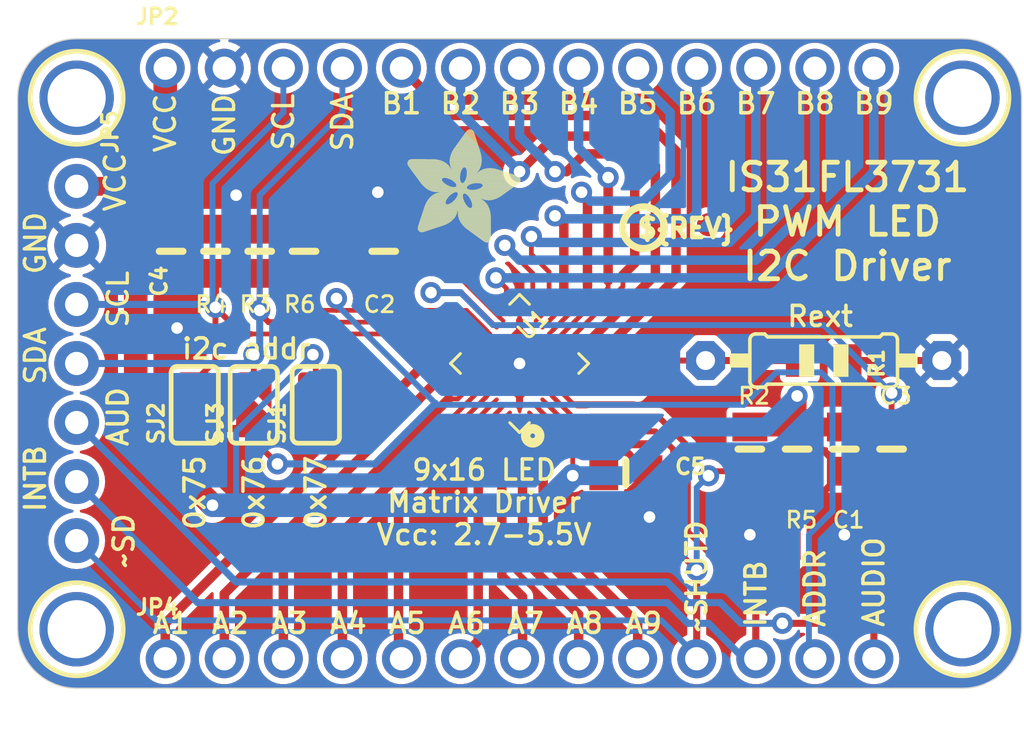
<source format=kicad_pcb>
(kicad_pcb (version 20221018) (generator pcbnew)
  (layers (0 "F.Cu" signal) (31 "B.Cu" signal) (34 "B.Paste" user) (35 "F.Paste" user) (36 "B.SilkS" user "B.Silkscreen") (37 "F.SilkS" user "F.Silkscreen") (38 "B.Mask" user) (39 "F.Mask" user) (44 "Edge.Cuts" user))
  (net 0 "")
  (net 1 "VCC")
  (net 2 "GND")
  (net 3 "N$1")
  (net 4 "N$2")
  (net 5 "N$3")
  (net 6 "AUDIOIN")
  (net 7 "SHUTDOWN")
  (net 8 "SDA")
  (net 9 "SCL")
  (net 10 "INTB")
  (net 11 "ADDR")
  (net 12 "CA9")
  (net 13 "CA8")
  (net 14 "CA7")
  (net 15 "CA6")
  (net 16 "CA5")
  (net 17 "CA4")
  (net 18 "CA3")
  (net 19 "CA2")
  (net 20 "CA1")
  (net 21 "CB9")
  (net 22 "CB8")
  (net 23 "CB7")
  (net 24 "CB6")
  (net 25 "CB5")
  (net 26 "CB4")
  (net 27 "CB3")
  (net 28 "CB2")
  (net 29 "CB1")
  (footprint "working:0805-NO" (layer "F.Cu") (at 162.4711 108.6866 -90)
    (fp_text reference "C1")
    (fp_text value "10uF")
  )
  (footprint "working:0805-NO" (layer "F.Cu") (at 137.3251 100.1776 90)
    (fp_text reference "R3")
    (fp_text value "20K")
  )
  (footprint "working:0805-THM" (layer "F.Cu") (at 161.5821 104.8766 180)
    (fp_text reference "R1")
    (fp_text value "20K")
  )
  (footprint "working:0805-NO" (layer "F.Cu") (at 139.2301 100.1776 -90)
    (fp_text reference "R6")
    (fp_text value "20K")
  )
  (footprint "working:0805-NO" (layer "F.Cu") (at 135.4201 100.1776 90)
    (fp_text reference "R4")
    (fp_text value "20K")
  )
  (footprint "working:SOLDERJUMPER_ARROW_NOPASTE" (layer "F.Cu") (at 139.7381 106.7816 90)
    (fp_text reference "SJ1")
    (fp_text value "")
  )
  (footprint "working:0805-NO" (layer "F.Cu") (at 133.5151 100.1776 -90)
    (fp_text reference "C4")
    (fp_text value "10uF")
  )
  (footprint "working:0805-NO" (layer "F.Cu") (at 142.6591 100.1776 90)
    (fp_text reference "C2")
    (fp_text value "0.1uF")
  )
  (footprint "working:0805-NO" (layer "F.Cu") (at 164.5031 108.6866 -90)
    (fp_text reference "C3")
    (fp_text value "0.22uF")
  )
  (footprint "working:MOUNTINGHOLE_2.5_PLATED" (layer "F.Cu") (at 129.4511 116.4336 180)
    (fp_text reference "U$3" hide)
    (fp_text value "MOUNTINGHOLE2.5" hide)
  )
  (footprint "working:1X13_ROUND_70" (layer "F.Cu") (at 148.5011 92.3036)
    (fp_text reference "JP2")
    (fp_text value "")
  )
  (footprint "working:QFN28_4MM_0.4MM" (layer "F.Cu") (at 148.5011 105.0036 135)
    (fp_text reference "U1")
    (fp_text value "IS31FL3731-SALS2")
  )
  (footprint "working:1X13_ROUND_70" (layer "F.Cu") (at 148.5011 117.7036)
    (fp_text reference "JP4")
    (fp_text value "")
  )
  (footprint "working:MOUNTINGHOLE_2.5_PLATED" (layer "F.Cu") (at 129.4511 93.5736 180)
    (fp_text reference "U$5" hide)
    (fp_text value "MOUNTINGHOLE2.5" hide)
  )
  (footprint "working:1X07_ROUND_76" (layer "F.Cu") (at 129.4511 105.0036 -90)
    (fp_text reference "JP5")
    (fp_text value "")
  )
  (footprint "working:PCBFEAT-REV-040" (layer "F.Cu") (at 153.8351 99.1616)
    (fp_text reference "U$11" hide)
    (fp_text value "" hide)
  )
  (footprint "working:0805-NO" (layer "F.Cu") (at 158.4071 108.6866 -90)
    (fp_text reference "R2")
    (fp_text value "20K")
  )
  (footprint "working:ADAFRUIT_5MM" (layer "F.Cu") (at 143.6751 99.7966)
    (fp_text reference "U$10" hide)
    (fp_text value "" hide)
  )
  (footprint "working:0805-NO" (layer "F.Cu") (at 153.0731 109.7026)
    (fp_text reference "C5")
    (fp_text value "0.1uF")
  )
  (footprint "working:MOUNTINGHOLE_2.5_PLATED" (layer "F.Cu") (at 167.5511 93.5736 180)
    (fp_text reference "U$6" hide)
    (fp_text value "MOUNTINGHOLE2.5" hide)
  )
  (footprint "working:SOLDERJUMPER_ARROW_NOPASTE" (layer "F.Cu") (at 137.0711 106.7816 90)
    (fp_text reference "SJ3")
    (fp_text value "")
  )
  (footprint "working:0805-NO" (layer "F.Cu") (at 160.4391 108.6866 90)
    (fp_text reference "R5")
    (fp_text value "20K")
  )
  (footprint "working:MOUNTINGHOLE_2.5_PLATED" (layer "F.Cu") (at 167.5511 116.4336 180)
    (fp_text reference "U$4" hide)
    (fp_text value "MOUNTINGHOLE2.5" hide)
  )
  (footprint "working:FIDUCIAL_1MM" (layer "F.Cu") (at 141.8971 105.6386 180)
    (fp_text reference "FID2" hide)
    (fp_text value "FIDUCIAL\"\"" hide)
  )
  (footprint "working:SOLDERJUMPER_ARROW_NOPASTE" (layer "F.Cu") (at 134.5311 106.7816 90)
    (fp_text reference "SJ2")
    (fp_text value "")
  )
  (footprint "working:FIDUCIAL_1MM" (layer "F.Cu") (at 156.6291 99.0346 180)
    (fp_text reference "FID1" hide)
    (fp_text value "FIDUCIAL\"\"" hide)
  )
  (gr_arc (start 126.9111 93.5736) (mid 127.655049 91.777549) (end 129.4511 91.0336) (stroke (width 0.05)) (layer "Edge.Cuts"))
  (gr_arc (start 170.0911 116.4336) (mid 169.347151 118.229651) (end 167.5511 118.9736) (stroke (width 0.05)) (layer "Edge.Cuts"))
  (gr_line (start 129.4511 91.0336) (end 167.5511 91.0336) (stroke (width 0.05)) (layer "Edge.Cuts"))
  (gr_line (start 126.9111 116.4336) (end 126.9111 93.5736) (stroke (width 0.05)) (layer "Edge.Cuts"))
  (gr_line (start 167.5511 118.9736) (end 129.4511 118.9736) (stroke (width 0.05)) (layer "Edge.Cuts"))
  (gr_arc (start 129.4511 118.9736) (mid 127.655049 118.229651) (end 126.9111 116.4336) (stroke (width 0.05)) (layer "Edge.Cuts"))
  (gr_line (start 170.0911 93.5736) (end 170.0911 116.4336) (stroke (width 0.05)) (layer "Edge.Cuts"))
  (gr_arc (start 167.5511 91.0336) (mid 169.347151 91.777549) (end 170.0911 93.5736) (stroke (width 0.05)) (layer "Edge.Cuts"))
  (gr_text "B7" (at 158.6611 93.8276) (layer "F.SilkS") (effects (font (size 0.8636 0.8636) (thickness 0.1524))))
  (gr_text "B2" (at 145.9611 93.8276) (layer "F.SilkS") (effects (font (size 0.8636 0.8636) (thickness 0.1524))))
  (gr_text "SDA" (at 127.1651 103.3526 90) (layer "F.SilkS") (effects (font (size 0.87376 0.87376) (thickness 0.14224)) (justify right top)))
  (gr_text "A8" (at 151.2951 116.1796) (layer "F.SilkS") (effects (font (size 0.8636 0.8636) (thickness 0.1524))))
  (gr_text "0x75" (at 135.0391 112.2426 90) (layer "F.SilkS") (effects (font (size 0.8636 0.8636) (thickness 0.1524)) (justify left bottom)))
  (gr_text "GND" (at 135.2931 93.3196 90) (layer "F.SilkS") (effects (font (size 0.87376 0.87376) (thickness 0.14224)) (justify right top)))
  (gr_text "B8" (at 161.2011 93.8276) (layer "F.SilkS") (effects (font (size 0.8636 0.8636) (thickness 0.1524))))
  (gr_text "INTB" (at 127.6731 109.9566 90) (layer "F.SilkS") (effects (font (size 0.8636 0.8636) (thickness 0.1524))))
  (gr_text "~SHUTD" (at 156.1211 114.1476 90) (layer "F.SilkS") (effects (font (size 0.8636 0.8636) (thickness 0.1524))))
  (gr_text "B4" (at 151.0411 93.8276) (layer "F.SilkS") (effects (font (size 0.8636 0.8636) (thickness 0.1524))))
  (gr_text "B6" (at 156.1211 93.8276) (layer "F.SilkS") (effects (font (size 0.8636 0.8636) (thickness 0.1524))))
  (gr_text "AUDIO" (at 163.7411 114.4016 90) (layer "F.SilkS") (effects (font (size 0.8636 0.8636) (thickness 0.1524))))
  (gr_text "IS31FL3731\nPWM LED\nI2C Driver" (at 162.5981 98.9076) (layer "F.SilkS") (effects (font (size 1.18745 1.18745) (thickness 0.20955))))
  (gr_text "B9" (at 163.7411 93.8276) (layer "F.SilkS") (effects (font (size 0.8636 0.8636) (thickness 0.1524))))
  (gr_text "i2c addr" (at 133.8961 104.8766) (layer "F.SilkS") (effects (font (size 0.8636 0.8636) (thickness 0.1524)) (justify left bottom)))
  (gr_text "~SD" (at 131.4831 112.6236 90) (layer "F.SilkS") (effects (font (size 0.8636 0.8636) (thickness 0.1524))))
  (gr_text "ADDR" (at 161.2011 114.6556 90) (layer "F.SilkS") (effects (font (size 0.8636 0.8636) (thickness 0.1524))))
  (gr_text "9x16 LED\nMatrix Driver\nVcc: 2.7-5.5V" (at 146.9771 110.9726) (layer "F.SilkS") (effects (font (size 0.8636 0.8636) (thickness 0.1524))))
  (gr_text "A6" (at 146.2151 116.1796) (layer "F.SilkS") (effects (font (size 0.8636 0.8636) (thickness 0.1524))))
  (gr_text "AUD" (at 131.2291 107.2896 90) (layer "F.SilkS") (effects (font (size 0.8636 0.8636) (thickness 0.1524))))
  (gr_text "B3" (at 148.5011 93.8276) (layer "F.SilkS") (effects (font (size 0.8636 0.8636) (thickness 0.1524))))
  (gr_text "VCC" (at 132.7531 93.3196 90) (layer "F.SilkS") (effects (font (size 0.87376 0.87376) (thickness 0.14224)) (justify right top)))
  (gr_text "0x77" (at 140.2461 112.2426 90) (layer "F.SilkS") (effects (font (size 0.8636 0.8636) (thickness 0.1524)) (justify left bottom)))
  (gr_text "A4" (at 141.1351 116.1796) (layer "F.SilkS") (effects (font (size 0.8636 0.8636) (thickness 0.1524))))
  (gr_text "Rext" (at 159.9311 103.4796) (layer "F.SilkS") (effects (font (size 0.8636 0.8636) (thickness 0.1524)) (justify left bottom)))
  (gr_text "A5" (at 143.6751 116.1796) (layer "F.SilkS") (effects (font (size 0.8636 0.8636) (thickness 0.1524))))
  (gr_text "INTB" (at 158.6611 114.9096 90) (layer "F.SilkS") (effects (font (size 0.8636 0.8636) (thickness 0.1524))))
  (gr_text "A3" (at 138.5951 116.1796) (layer "F.SilkS") (effects (font (size 0.8636 0.8636) (thickness 0.1524))))
  (gr_text "A7" (at 148.7551 116.1796) (layer "F.SilkS") (effects (font (size 0.8636 0.8636) (thickness 0.1524))))
  (gr_text "GND" (at 127.1651 98.3996 90) (layer "F.SilkS") (effects (font (size 0.87376 0.87376) (thickness 0.14224)) (justify right top)))
  (gr_text "B1" (at 143.4211 93.8276) (layer "F.SilkS") (effects (font (size 0.8636 0.8636) (thickness 0.1524))))
  (gr_text "B5" (at 153.5811 93.8276) (layer "F.SilkS") (effects (font (size 0.8636 0.8636) (thickness 0.1524))))
  (gr_text "SCL" (at 137.8331 93.3196 90) (layer "F.SilkS") (effects (font (size 0.87376 0.87376) (thickness 0.14224)) (justify right top)))
  (gr_text "A2" (at 136.0551 116.1796) (layer "F.SilkS") (effects (font (size 0.8636 0.8636) (thickness 0.1524))))
  (gr_text "SDA" (at 140.3731 93.3196 90) (layer "F.SilkS") (effects (font (size 0.87376 0.87376) (thickness 0.14224)) (justify right top)))
  (gr_text "SCL" (at 130.7211 100.9396 90) (layer "F.SilkS") (effects (font (size 0.87376 0.87376) (thickness 0.14224)) (justify right top)))
  (gr_text "VCC" (at 130.5941 95.8596 90) (layer "F.SilkS") (effects (font (size 0.87376 0.87376) (thickness 0.14224)) (justify right top)))
  (gr_text "0x76" (at 137.5791 112.2426 90) (layer "F.SilkS") (effects (font (size 0.8636 0.8636) (thickness 0.1524)) (justify left bottom)))
  (gr_text "A1" (at 133.5151 116.1796) (layer "F.SilkS") (effects (font (size 0.8636 0.8636) (thickness 0.1524))))
  (gr_text "A9" (at 153.8351 116.1796) (layer "F.SilkS") (effects (font (size 0.8636 0.8636) (thickness 0.1524))))
  (segment (start 139.7381 105.7656) (end 139.7381 104.7496) (width 0.254) (layer "F.Cu") (net 1))
  (segment (start 131.9911 97.5106) (end 131.9911 97.3836) (width 1.016) (layer "F.Cu") (net 1))
  (segment (start 139.7381 104.7496) (end 139.6111 104.6226) (width 0.254) (layer "F.Cu") (net 1))
  (segment (start 160.4391 107.7366) (end 158.4071 107.7366) (width 0.8128) (layer "F.Cu") (net 1))
  (segment (start 131.9911 105.5116) (end 131.9911 99.2276) (width 1.016) (layer "F.Cu") (net 1))
  (segment (start 135.4201 99.2276) (end 133.5151 99.2276) (width 1.016) (layer "F.Cu") (net 1))
  (segment (start 149.349628 106.9835) (end 150.7871 108.420972) (width 0.2032) (layer "F.Cu") (net 1))
  (segment (start 152.1231 109.7026) (end 151.9961 109.8296) (width 0.254) (layer "F.Cu") (net 1))
  (segment (start 129.4511 97.3836) (end 131.8641 97.3836) (width 0.8128) (layer "F.Cu") (net 1))
  (segment (start 131.9911 107.7976) (end 131.9911 105.5116) (width 1.016) (layer "F.Cu") (net 1))
  (segment (start 132.1816 97.1931) (end 133.2611 96.1136) (width 1.016) (layer "F.Cu") (net 1))
  (segment (start 131.9911 107.7976) (end 135.2931 111.0996) (width 1.016) (layer "F.Cu") (net 1))
  (segment (start 151.9961 109.8296) (end 150.7871 109.8296) (width 0.4064) (layer "F.Cu") (net 1))
  (segment (start 133.2611 96.1136) (end 133.2611 92.3036) (width 1.016) (layer "F.Cu") (net 1))
  (segment (start 132.2451 105.7656) (end 131.9911 105.5116) (width 0.3048) (layer "F.Cu") (net 1))
  (segment (start 132.2476 97.1931) (end 132.1816 97.1931) (width 0.8128) (layer "F.Cu") (net 1))
  (segment (start 131.8641 97.3836) (end 131.9911 97.5106) (width 0.8128) (layer "F.Cu") (net 1))
  (segment (start 162.4711 107.7366) (end 160.4391 107.7366) (width 0.8128) (layer "F.Cu") (net 1))
  (segment (start 131.9911 99.2276) (end 131.9911 97.5106) (width 1.016) (layer "F.Cu") (net 1))
  (segment (start 133.5151 99.2276) (end 131.9911 99.2276) (width 1.016) (layer "F.Cu") (net 1))
  (segment (start 160.4391 106.4006) (end 160.4391 107.7366) (width 0.8128) (layer "F.Cu") (net 1))
  (segment (start 131.9911 97.3836) (end 132.1816 97.1931) (width 1.016) (layer "F.Cu") (net 1))
  (segment (start 150.7871 108.420972) (end 150.7871 109.8296) (width 0.2032) (layer "F.Cu") (net 1))
  (segment (start 135.4201 99.2276) (end 137.3251 99.2276) (width 0.4064) (layer "F.Cu") (net 1))
  (via (at 139.6111 104.6226) (size 0.9064) (drill 0.5) (layers "F.Cu" "B.Cu") (net 1))
  (via (at 160.4391 106.4006) (size 0.9064) (drill 0.5) (layers "F.Cu" "B.Cu") (net 1))
  (via (at 135.2931 111.0996) (size 0.9064) (drill 0.5) (layers "F.Cu" "B.Cu") (net 1))
  (via (at 150.7871 109.8296) (size 0.9064) (drill 0.5) (layers "F.Cu" "B.Cu") (net 1))
  (segment (start 136.3091 111.0996) (end 149.5171 111.0996) (width 1.016) (layer "B.Cu") (net 1))
  (segment (start 159.1031 107.7366) (end 160.4391 106.4006) (width 0.8128) (layer "B.Cu") (net 1))
  (segment (start 139.6111 104.6226) (end 136.3091 107.9246) (width 0.254) (layer "B.Cu") (net 1))
  (segment (start 150.7871 109.8296) (end 153.0731 109.8296) (width 0.8128) (layer "B.Cu") (net 1))
  (segment (start 155.1661 107.7366) (end 159.1031 107.7366) (width 0.8128) (layer "B.Cu") (net 1))
  (segment (start 149.5171 111.0996) (end 150.7871 109.8296) (width 1.016) (layer "B.Cu") (net 1))
  (segment (start 135.2931 111.0996) (end 136.3091 111.0996) (width 1.016) (layer "B.Cu") (net 1))
  (segment (start 136.3091 107.9246) (end 136.3091 111.0996) (width 0.254) (layer "B.Cu") (net 1))
  (segment (start 153.0731 109.8296) (end 155.1661 107.7366) (width 0.8128) (layer "B.Cu") (net 1))
  (segment (start 150.198156 106.134972) (end 150.844784 106.7816) (width 0.2032) (layer "F.Cu") (net 2))
  (segment (start 150.844784 106.7816) (end 151.0411 106.7816) (width 0.2032) (layer "F.Cu") (net 2))
  (segment (start 150.198156 106.134972) (end 149.066784 105.0036) (width 0.2032) (layer "F.Cu") (net 2))
  (segment (start 149.066784 105.0036) (end 148.5011 105.0036) (width 0.2032) (layer "F.Cu") (net 2))
  (via (at 133.7691 103.4796) (size 0.9064) (drill 0.5) (layers "F.Cu" "B.Cu") (net 2))
  (via (at 158.4071 112.3696) (size 0.9064) (drill 0.5) (layers "F.Cu" "B.Cu") (net 2))
  (via (at 162.4711 112.3696) (size 0.9064) (drill 0.5) (layers "F.Cu" "B.Cu") (net 2))
  (via (at 136.3091 97.7646) (size 0.9064) (drill 0.5) (layers "F.Cu" "B.Cu") (net 2))
  (via (at 154.0891 111.6076) (size 0.9064) (drill 0.5) (layers "F.Cu" "B.Cu") (net 2))
  (via (at 142.4051 97.6376) (size 0.9064) (drill 0.5) (layers "F.Cu" "B.Cu") (net 2))
  (via (at 148.5011 105.0036) (size 0.9064) (drill 0.5) (layers "F.Cu" "B.Cu") (net 2))
  (segment (start 147.652568 103.023704) (end 145.756465 101.1276) (width 0.2032) (layer "F.Cu") (net 3))
  (segment (start 145.756465 101.1276) (end 142.6591 101.1276) (width 0.2032) (layer "F.Cu") (net 3))
  (segment (start 154.9781 104.8766) (end 153.5811 106.2736) (width 0.254) (layer "F.Cu") (net 4))
  (segment (start 150.480996 105.852132) (end 150.902465 106.2736) (width 0.2032) (layer "F.Cu") (net 4))
  (segment (start 154.9781 104.8766) (end 156.5021 104.8766) (width 0.254) (layer "F.Cu") (net 4))
  (segment (start 153.5811 106.2736) (end 150.902465 106.2736) (width 0.2032) (layer "F.Cu") (net 4))
  (segment (start 146.018784 101.9556) (end 147.369728 103.306544) (width 0.2032) (layer "F.Cu") (net 5))
  (segment (start 144.6911 101.9556) (end 146.018784 101.9556) (width 0.2032) (layer "F.Cu") (net 5))
  (segment (start 164.5031 106.2736) (end 164.5031 107.7366) (width 0.254) (layer "F.Cu") (net 5))
  (via (at 144.6911 101.9556) (size 0.9064) (drill 0.5) (layers "F.Cu" "B.Cu") (net 5))
  (via (at 164.5031 106.2736) (size 0.9064) (drill 0.5) (layers "F.Cu" "B.Cu") (net 5))
  (segment (start 161.5821 103.3526) (end 164.5031 106.2736) (width 0.254) (layer "B.Cu") (net 5))
  (segment (start 145.9611 101.9556) (end 144.6911 101.9556) (width 0.3048) (layer "B.Cu") (net 5))
  (segment (start 147.3581 103.3526) (end 161.5821 103.3526) (width 0.254) (layer "B.Cu") (net 5))
  (segment (start 145.9611 101.9556) (end 147.3581 103.3526) (width 0.254) (layer "B.Cu") (net 5))
  (segment (start 164.5031 115.4176) (end 164.5031 109.6366) (width 0.3048) (layer "F.Cu") (net 6))
  (segment (start 159.8041 116.1796) (end 163.7411 116.1796) (width 0.3048) (layer "F.Cu") (net 6))
  (segment (start 163.7411 116.1796) (end 163.7411 117.7036) (width 0.3048) (layer "F.Cu") (net 6))
  (segment (start 163.7411 116.1796) (end 164.5031 115.4176) (width 0.3048) (layer "F.Cu") (net 6))
  (via (at 159.8041 116.1796) (size 0.9064) (drill 0.5) (layers "F.Cu" "B.Cu") (net 6))
  (segment (start 155.7401 115.2906) (end 157.1371 115.2906) (width 0.3048) (layer "B.Cu") (net 6))
  (segment (start 157.1371 115.2906) (end 158.0261 116.1796) (width 0.3048) (layer "B.Cu") (net 6))
  (segment (start 129.4511 107.5436) (end 136.3091 114.4016) (width 0.3048) (layer "B.Cu") (net 6))
  (segment (start 154.8511 114.4016) (end 155.7401 115.2906) (width 0.3048) (layer "B.Cu") (net 6))
  (segment (start 136.3091 114.4016) (end 154.8511 114.4016) (width 0.3048) (layer "B.Cu") (net 6))
  (segment (start 158.0261 116.1796) (end 159.8041 116.1796) (width 0.3048) (layer "B.Cu") (net 6))
  (segment (start 151.6761 107.9246) (end 154.3431 107.9246) (width 0.254) (layer "F.Cu") (net 7))
  (segment (start 155.1051 108.6866) (end 155.1051 112.8776) (width 0.254) (layer "F.Cu") (net 7))
  (segment (start 154.3431 107.9246) (end 155.1051 108.6866) (width 0.254) (layer "F.Cu") (net 7))
  (segment (start 156.1211 117.7036) (end 156.1211 113.8936) (width 0.3048) (layer "F.Cu") (net 7))
  (segment (start 155.1051 112.8776) (end 156.1211 113.8936) (width 0.254) (layer "F.Cu") (net 7))
  (segment (start 158.4071 109.6366) (end 156.8221 109.6366) (width 0.254) (layer "F.Cu") (net 7))
  (segment (start 156.8221 109.6366) (end 156.6291 109.8296) (width 0.254) (layer "F.Cu") (net 7))
  (segment (start 149.632468 106.70066) (end 150.856409 107.9246) (width 0.2032) (layer "F.Cu") (net 7))
  (segment (start 150.856409 107.9246) (end 151.6761 107.9246) (width 0.2032) (layer "F.Cu") (net 7))
  (via (at 156.1211 113.8936) (size 0.9064) (drill 0.5) (layers "F.Cu" "B.Cu") (net 7))
  (via (at 156.6291 109.8296) (size 0.9064) (drill 0.5) (layers "F.Cu" "B.Cu") (net 7))
  (segment (start 156.1211 117.5766) (end 156.1211 117.7036) (width 0.254) (layer "B.Cu") (net 7))
  (segment (start 156.6291 109.8296) (end 156.1211 110.3376) (width 0.254) (layer "B.Cu") (net 7))
  (segment (start 156.1211 110.3376) (end 156.1211 113.8936) (width 0.254) (layer "B.Cu") (net 7))
  (segment (start 132.8801 116.0526) (end 154.5971 116.0526) (width 0.254) (layer "B.Cu") (net 7))
  (segment (start 154.5971 116.0526) (end 156.1211 117.5766) (width 0.254) (layer "B.Cu") (net 7))
  (segment (start 129.4511 112.6236) (end 132.8801 116.0526) (width 0.254) (layer "B.Cu") (net 7))
  (segment (start 137.3251 101.1276) (end 137.3251 102.7176) (width 0.254) (layer "F.Cu") (net 8))
  (segment (start 146.80404 103.872232) (end 146.157409 103.2256) (width 0.2032) (layer "F.Cu") (net 8))
  (segment (start 137.3251 102.8446) (end 137.3251 102.7176) (width 0.254) (layer "F.Cu") (net 8))
  (segment (start 137.7061 103.2256) (end 137.3251 102.8446) (width 0.254) (layer "F.Cu") (net 8))
  (segment (start 138.3411 103.2256) (end 137.7061 103.2256) (width 0.254) (layer "F.Cu") (net 8))
  (segment (start 137.0711 105.7656) (end 137.0711 104.6226) (width 0.254) (layer "F.Cu") (net 8))
  (segment (start 146.157409 103.2256) (end 138.3411 103.2256) (width 0.2032) (layer "F.Cu") (net 8))
  (via (at 137.0711 104.6226) (size 0.9064) (drill 0.5) (layers "F.Cu" "B.Cu") (net 8))
  (via (at 137.3251 102.7176) (size 0.9064) (drill 0.5) (layers "F.Cu" "B.Cu") (net 8))
  (segment (start 137.0711 104.6226) (end 137.3251 104.3686) (width 0.3048) (layer "B.Cu") (net 8))
  (segment (start 136.6901 105.0036) (end 137.0711 104.6226) (width 0.3048) (layer "B.Cu") (net 8))
  (segment (start 137.3251 97.7646) (end 137.3251 102.7176) (width 0.254) (layer "B.Cu") (net 8))
  (segment (start 137.3251 104.3686) (end 137.3251 102.7176) (width 0.3048) (layer "B.Cu") (net 8))
  (segment (start 129.4511 105.0036) (end 136.6901 105.0036) (width 0.3048) (layer "B.Cu") (net 8))
  (segment (start 140.8811 94.2086) (end 137.3251 97.7646) (width 0.254) (layer "B.Cu") (net 8))
  (segment (start 140.8811 92.3036) (end 140.8811 94.2086) (width 0.254) (layer "B.Cu") (net 8))
  (segment (start 146.099728 103.7336) (end 136.8171 103.7336) (width 0.2032) (layer "F.Cu") (net 9))
  (segment (start 135.4201 104.8766) (end 135.4201 102.5906) (width 0.254) (layer "F.Cu") (net 9))
  (segment (start 136.5631 103.7336) (end 135.4201 102.5906) (width 0.254) (layer "F.Cu") (net 9))
  (segment (start 136.9441 103.7336) (end 136.8171 103.7336) (width 0.254) (layer "F.Cu") (net 9))
  (segment (start 136.8171 103.7336) (end 136.5631 103.7336) (width 0.254) (layer "F.Cu") (net 9))
  (segment (start 134.5311 105.7656) (end 135.4201 104.8766) (width 0.254) (layer "F.Cu") (net 9))
  (segment (start 135.4201 102.5906) (end 135.4201 101.1276) (width 0.3048) (layer "F.Cu") (net 9))
  (segment (start 146.5212 104.155072) (end 146.099728 103.7336) (width 0.2032) (layer "F.Cu") (net 9))
  (via (at 135.4201 102.5906) (size 0.9064) (drill 0.5) (layers "F.Cu" "B.Cu") (net 9))
  (segment (start 129.4511 102.4636) (end 134.9121 102.4636) (width 0.3048) (layer "B.Cu") (net 9))
  (segment (start 135.2931 97.2566) (end 135.2931 102.4636) (width 0.254) (layer "B.Cu") (net 9))
  (segment (start 138.3411 92.3036) (end 138.3411 94.2086) (width 0.254) (layer "B.Cu") (net 9))
  (segment (start 138.3411 94.2086) (end 135.2931 97.2566) (width 0.254) (layer "B.Cu") (net 9))
  (segment (start 135.2931 102.4636) (end 135.4201 102.5906) (width 0.254) (layer "B.Cu") (net 9))
  (segment (start 134.9121 102.4636) (end 135.2931 102.4636) (width 0.254) (layer "B.Cu") (net 9))
  (segment (start 150.787096 107.2896) (end 151.5491 107.2896) (width 0.2032) (layer "F.Cu") (net 10))
  (segment (start 151.5491 107.2896) (end 154.4701 107.2896) (width 0.254) (layer "F.Cu") (net 10))
  (segment (start 149.915312 106.417816) (end 150.787096 107.2896) (width 0.2032) (layer "F.Cu") (net 10))
  (segment (start 160.4391 109.6366) (end 160.4391 113.385604) (width 0.3048) (layer "F.Cu") (net 10))
  (segment (start 158.6611 115.163604) (end 158.6611 117.7036) (width 0.3048) (layer "F.Cu") (net 10))
  (segment (start 160.4391 113.385604) (end 158.6611 115.163604) (width 0.3048) (layer "F.Cu") (net 10))
  (segment (start 154.4701 107.2896) (end 155.7401 108.5596) (width 0.254) (layer "F.Cu") (net 10))
  (segment (start 155.7401 108.5596) (end 155.7401 112.242604) (width 0.254) (layer "F.Cu") (net 10))
  (segment (start 155.7401 112.242604) (end 158.6611 115.163604) (width 0.254) (layer "F.Cu") (net 10))
  (segment (start 129.4511 110.0836) (end 134.6581 115.2906) (width 0.3048) (layer "B.Cu") (net 10))
  (segment (start 155.7401 116.1796) (end 156.6291 116.1796) (width 0.3048) (layer "B.Cu") (net 10))
  (segment (start 156.6291 116.1796) (end 158.1531 117.7036) (width 0.3048) (layer "B.Cu") (net 10))
  (segment (start 134.6581 115.2906) (end 154.8511 115.2906) (width 0.3048) (layer "B.Cu") (net 10))
  (segment (start 158.1531 117.7036) (end 158.6611 117.7036) (width 0.3048) (layer "B.Cu") (net 10))
  (segment (start 154.8511 115.2906) (end 155.7401 116.1796) (width 0.3048) (layer "B.Cu") (net 10))
  (segment (start 158.0261 117.7036) (end 158.1531 117.7036) (width 0.3048) (layer "B.Cu") (net 10))
  (segment (start 139.7381 107.7976) (end 137.0711 107.7976) (width 0.3048) (layer "F.Cu") (net 11))
  (segment (start 146.215096 102.7176) (end 140.6271 102.7176) (width 0.2032) (layer "F.Cu") (net 11))
  (segment (start 140.6271 102.7176) (end 140.6271 102.2096) (width 0.2032) (layer "F.Cu") (net 11))
  (segment (start 137.0711 108.3056) (end 138.0871 109.3216) (width 0.254) (layer "F.Cu") (net 11))
  (segment (start 147.086884 103.589388) (end 146.215096 102.7176) (width 0.2032) (layer "F.Cu") (net 11))
  (segment (start 134.5311 107.7976) (end 137.0711 107.7976) (width 0.3048) (layer "F.Cu") (net 11))
  (segment (start 137.0711 107.7976) (end 137.0711 108.3056) (width 0.254) (layer "F.Cu") (net 11))
  (segment (start 140.6271 102.7176) (end 139.9921 102.7176) (width 0.2032) (layer "F.Cu") (net 11))
  (segment (start 139.2301 101.9556) (end 139.2301 101.1276) (width 0.2032) (layer "F.Cu") (net 11))
  (segment (start 139.9921 102.7176) (end 139.2301 101.9556) (width 0.2032) (layer "F.Cu") (net 11))
  (via (at 140.6271 102.2096) (size 0.9064) (drill 0.5) (layers "F.Cu" "B.Cu") (net 11))
  (via (at 138.0871 109.3216) (size 0.9064) (drill 0.5) (layers "F.Cu" "B.Cu") (net 11))
  (segment (start 158.1531 106.7816) (end 159.5501 105.3846) (width 0.254) (layer "B.Cu") (net 11))
  (segment (start 140.6271 102.4636) (end 144.8816 106.7181) (width 0.254) (layer "B.Cu") (net 11))
  (segment (start 159.5501 105.3846) (end 161.4551 105.3846) (width 0.254) (layer "B.Cu") (net 11))
  (segment (start 161.9631 111.3536) (end 160.9471 112.3696) (width 0.254) (layer "B.Cu") (net 11))
  (segment (start 138.0871 109.3216) (end 142.2781 109.3216) (width 0.3048) (layer "B.Cu") (net 11))
  (segment (start 161.9631 105.8926) (end 161.9631 111.3536) (width 0.254) (layer "B.Cu") (net 11))
  (segment (start 160.9471 117.4496) (end 161.2011 117.7036) (width 0.254) (layer "B.Cu") (net 11))
  (segment (start 160.9471 112.3696) (end 160.9471 117.4496) (width 0.254) (layer "B.Cu") (net 11))
  (segment (start 142.2781 109.3216) (end 144.8816 106.7181) (width 0.3048) (layer "B.Cu") (net 11))
  (segment (start 140.6271 102.2096) (end 140.6271 102.4636) (width 0.254) (layer "B.Cu") (net 11))
  (segment (start 161.4551 105.3846) (end 161.9631 105.8926) (width 0.254) (layer "B.Cu") (net 11))
  (segment (start 144.8816 106.7181) (end 144.9451 106.7816) (width 0.254) (layer "B.Cu") (net 11))
  (segment (start 144.9451 106.7816) (end 158.1531 106.7816) (width 0.254) (layer "B.Cu") (net 11))
  (segment (start 149.5171 107.71666) (end 149.5171 108.4326) (width 0.2032) (layer "F.Cu") (net 12))
  (segment (start 149.5171 112.1156) (end 153.5811 116.1796) (width 0.4064) (layer "F.Cu") (net 12))
  (segment (start 149.066784 107.266344) (end 149.5171 107.71666) (width 0.2032) (layer "F.Cu") (net 12))
  (segment (start 153.5811 116.1796) (end 153.5811 117.7036) (width 0.4064) (layer "F.Cu") (net 12))
  (segment (start 149.5171 108.4326) (end 149.5171 112.1156) (width 0.4064) (layer "F.Cu") (net 12))
  (segment (start 148.6281 113.3856) (end 151.0411 115.7986) (width 0.4064) (layer "F.Cu") (net 13))
  (segment (start 151.0411 115.7986) (end 151.0411 117.7036) (width 0.4064) (layer "F.Cu") (net 13))
  (segment (start 148.096843 107.266344) (end 148.6281 107.7976) (width 0.2032) (layer "F.Cu") (net 13))
  (segment (start 148.6281 107.7976) (end 148.6281 108.4326) (width 0.2032) (layer "F.Cu") (net 13))
  (segment (start 147.935412 107.266344) (end 148.096843 107.266344) (width 0.2032) (layer "F.Cu") (net 13))
  (segment (start 148.6281 108.4326) (end 148.6281 113.3856) (width 0.4064) (layer "F.Cu") (net 13))
  (segment (start 147.7391 114.1476) (end 148.6281 115.0366) (width 0.4064) (layer "F.Cu") (net 14))
  (segment (start 147.1041 107.531969) (end 147.1041 107.7976) (width 0.2032) (layer "F.Cu") (net 14))
  (segment (start 147.652568 106.9835) (end 147.1041 107.531969) (width 0.2032) (layer "F.Cu") (net 14))
  (segment (start 148.6281 117.5766) (end 148.5011 117.7036) (width 0.4064) (layer "F.Cu") (net 14))
  (segment (start 148.6281 115.0366) (end 148.6281 117.5766) (width 0.4064) (layer "F.Cu") (net 14))
  (segment (start 147.7391 108.4326) (end 147.7391 108.5596) (width 0.2032) (layer "F.Cu") (net 14))
  (segment (start 147.7391 108.5596) (end 147.7391 114.1476) (width 0.4064) (layer "F.Cu") (net 14))
  (segment (start 147.1041 107.7976) (end 147.7391 108.4326) (width 0.2032) (layer "F.Cu") (net 14))
  (segment (start 146.7231 108.4326) (end 146.7231 116.9416) (width 0.4064) (layer "F.Cu") (net 15))
  (segment (start 146.7231 107.347288) (end 146.7231 108.4326) (width 0.2032) (layer "F.Cu") (net 15))
  (segment (start 146.7231 116.9416) (end 145.9611 117.7036) (width 0.4064) (layer "F.Cu") (net 15))
  (segment (start 147.369728 106.70066) (end 146.7231 107.347288) (width 0.2032) (layer "F.Cu") (net 15))
  (segment (start 147.086884 106.417816) (end 146.0881 107.4166) (width 0.2032) (layer "F.Cu") (net 16))
  (segment (start 146.0881 108.1786) (end 143.2941 110.9726) (width 0.4064) (layer "F.Cu") (net 16))
  (segment (start 146.0881 107.9246) (end 146.0881 108.1786) (width 0.4064) (layer "F.Cu") (net 16))
  (segment (start 143.2941 117.5766) (end 143.4211 117.7036) (width 0.4064) (layer "F.Cu") (net 16))
  (segment (start 146.0881 107.4166) (end 146.0881 107.9246) (width 0.2032) (layer "F.Cu") (net 16))
  (segment (start 143.2941 110.9726) (end 143.2941 117.5766) (width 0.4064) (layer "F.Cu") (net 16))
  (segment (start 146.80404 106.134972) (end 145.3261 107.612913) (width 0.2032) (layer "F.Cu") (net 17))
  (segment (start 145.3261 107.612913) (end 145.3261 107.7976) (width 0.2032) (layer "F.Cu") (net 17))
  (segment (start 140.8811 112.2426) (end 140.8811 117.7036) (width 0.4064) (layer "F.Cu") (net 17))
  (segment (start 145.3261 107.7976) (end 140.8811 112.2426) (width 0.4064) (layer "F.Cu") (net 17))
  (segment (start 138.3411 113.6396) (end 138.3411 117.7036) (width 0.4064) (layer "F.Cu") (net 18))
  (segment (start 145.4531 106.5276) (end 138.3411 113.6396) (width 0.4064) (layer "F.Cu") (net 18))
  (segment (start 138.3411 114.032232) (end 138.3411 117.7036) (width 0.254) (layer "F.Cu") (net 18))
  (segment (start 146.5212 105.852132) (end 145.845731 106.5276) (width 0.2032) (layer "F.Cu") (net 18))
  (segment (start 145.845731 106.5276) (end 145.4531 106.5276) (width 0.2032) (layer "F.Cu") (net 18))
  (segment (start 135.8011 116.006544) (end 135.8011 117.7036) (width 0.254) (layer "F.Cu") (net 19))
  (segment (start 146.042043 105.7656) (end 144.9451 105.7656) (width 0.2032) (layer "F.Cu") (net 19))
  (segment (start 146.238356 105.569288) (end 146.042043 105.7656) (width 0.2032) (layer "F.Cu") (net 19))
  (segment (start 135.8011 114.9096) (end 135.8011 117.7036) (width 0.4064) (layer "F.Cu") (net 19))
  (segment (start 144.9451 105.7656) (end 135.8011 114.9096) (width 0.4064) (layer "F.Cu") (net 19))
  (segment (start 146.238356 104.437916) (end 146.04204 104.2416) (width 0.2032) (layer "F.Cu") (net 20))
  (segment (start 133.2611 116.1796) (end 133.2611 117.7036) (width 0.4064) (layer "F.Cu") (net 20))
  (segment (start 133.2611 117.415172) (end 133.2611 117.7036) (width 0.254) (layer "F.Cu") (net 20))
  (segment (start 146.04204 104.2416) (end 145.1991 104.2416) (width 0.2032) (layer "F.Cu") (net 20))
  (segment (start 145.1991 104.2416) (end 133.2611 116.1796) (width 0.4064) (layer "F.Cu") (net 20))
  (segment (start 147.935412 101.770913) (end 147.4851 101.3206) (width 0.2032) (layer "F.Cu") (net 21))
  (segment (start 147.935412 102.74086) (end 147.935412 101.770913) (width 0.2032) (layer "F.Cu") (net 21))
  (via (at 147.4851 101.3206) (size 0.9064) (drill 0.5) (layers "F.Cu" "B.Cu") (net 21))
  (segment (start 163.7411 96.7486) (end 163.7411 92.3036) (width 0.4064) (layer "B.Cu") (net 21))
  (segment (start 147.4851 101.3206) (end 159.1691 101.3206) (width 0.4064) (layer "B.Cu") (net 21))
  (segment (start 159.1691 101.3206) (end 163.7411 96.7486) (width 0.4064) (layer "B.Cu") (net 21))
  (segment (start 149.066784 101.124285) (end 147.8661 99.9236) (width 0.2032) (layer "F.Cu") (net 22))
  (segment (start 149.066784 102.74086) (end 149.066784 101.124285) (width 0.2032) (layer "F.Cu") (net 22))
  (via (at 147.8661 99.9236) (size 0.9064) (drill 0.5) (layers "F.Cu" "B.Cu") (net 22))
  (segment (start 161.2011 98.0186) (end 161.2011 92.3036) (width 0.4064) (layer "B.Cu") (net 22))
  (segment (start 158.6611 100.5586) (end 161.2011 98.0186) (width 0.4064) (layer "B.Cu") (net 22))
  (segment (start 147.8661 99.9236) (end 148.5011 100.5586) (width 0.4064) (layer "B.Cu") (net 22))
  (segment (start 148.5011 100.5586) (end 158.6611 100.5586) (width 0.4064) (layer "B.Cu") (net 22))
  (segment (start 149.7711 101.0666) (end 149.0091 100.3046) (width 0.2032) (layer "F.Cu") (net 23))
  (segment (start 149.7711 102.602232) (end 149.7711 101.0666) (width 0.2032) (layer "F.Cu") (net 23))
  (segment (start 149.349628 103.023704) (end 149.7711 102.602232) (width 0.2032) (layer "F.Cu") (net 23))
  (segment (start 149.0091 100.3046) (end 149.0091 99.5426) (width 0.2032) (layer "F.Cu") (net 23))
  (via (at 149.0091 99.5426) (size 0.9064) (drill 0.5) (layers "F.Cu" "B.Cu") (net 23))
  (segment (start 157.5181 99.7966) (end 158.6611 98.6536) (width 0.4064) (layer "B.Cu") (net 23))
  (segment (start 149.0091 99.5426) (end 149.2631 99.7966) (width 0.4064) (layer "B.Cu") (net 23))
  (segment (start 149.2631 99.7966) (end 157.5181 99.7966) (width 0.4064) (layer "B.Cu") (net 23))
  (segment (start 158.6611 98.6536) (end 158.6611 92.3036) (width 0.4064) (layer "B.Cu") (net 23))
  (segment (start 150.4061 102.0826) (end 150.4061 99.0346) (width 0.4064) (layer "F.Cu") (net 24))
  (segment (start 150.4061 99.0346) (end 150.0251 98.6536) (width 0.4064) (layer "F.Cu") (net 24))
  (segment (start 150.4061 102.532913) (end 150.4061 102.0826) (width 0.2032) (layer "F.Cu") (net 24))
  (segment (start 149.632468 103.306544) (end 150.4061 102.532913) (width 0.2032) (layer "F.Cu") (net 24))
  (via (at 150.0251 98.6536) (size 0.9064) (drill 0.5) (layers "F.Cu" "B.Cu") (net 24))
  (segment (start 155.8671 98.7806) (end 156.1211 98.5266) (width 0.4064) (layer "B.Cu") (net 24))
  (segment (start 150.1521 98.7806) (end 155.8671 98.7806) (width 0.4064) (layer "B.Cu") (net 24))
  (segment (start 156.1211 98.5266) (end 156.1211 92.3036) (width 0.4064) (layer "B.Cu") (net 24))
  (segment (start 150.0251 98.6536) (end 150.1521 98.7806) (width 0.4064) (layer "B.Cu") (net 24))
  (segment (start 149.915312 103.589388) (end 151.4221 102.0826) (width 0.2032) (layer "F.Cu") (net 25))
  (segment (start 151.4221 101.7016) (end 151.4221 97.8916) (width 0.4064) (layer "F.Cu") (net 25))
  (segment (start 151.4221 102.0826) (end 151.4221 101.7016) (width 0.2032) (layer "F.Cu") (net 25))
  (segment (start 151.4221 97.8916) (end 151.1681 97.6376) (width 0.4064) (layer "F.Cu") (net 25))
  (via (at 151.1681 97.6376) (size 0.9064) (drill 0.5) (layers "F.Cu" "B.Cu") (net 25))
  (segment (start 154.9781 96.8756) (end 154.9781 94.2086) (width 0.4064) (layer "B.Cu") (net 25))
  (segment (start 153.8351 98.0186) (end 154.9781 96.8756) (width 0.4064) (layer "B.Cu") (net 25))
  (segment (start 151.5491 98.0186) (end 153.8351 98.0186) (width 0.4064) (layer "B.Cu") (net 25))
  (segment (start 153.5811 92.8116) (end 153.5811 92.3036) (width 0.4064) (layer "B.Cu") (net 25))
  (segment (start 154.9781 94.2086) (end 153.5811 92.8116) (width 0.4064) (layer "B.Cu") (net 25))
  (segment (start 151.1681 97.6376) (end 151.5491 98.0186) (width 0.4064) (layer "B.Cu") (net 25))
  (segment (start 152.3111 101.759288) (end 152.3111 101.4476) (width 0.2032) (layer "F.Cu") (net 26))
  (segment (start 150.198156 103.872232) (end 152.3111 101.759288) (width 0.2032) (layer "F.Cu") (net 26))
  (segment (start 152.3111 101.4476) (end 152.3111 97.0026) (width 0.4064) (layer "F.Cu") (net 26))
  (via (at 152.3111 97.0026) (size 0.9064) (drill 0.5) (layers "F.Cu" "B.Cu") (net 26))
  (segment (start 152.3111 97.0026) (end 151.0411 95.7326) (width 0.4064) (layer "B.Cu") (net 26))
  (segment (start 151.0411 95.7326) (end 151.0411 92.3036) (width 0.4064) (layer "B.Cu") (net 26))
  (segment (start 153.4541 100.6856) (end 153.4541 96.7486) (width 0.4064) (layer "F.Cu") (net 27))
  (segment (start 152.6921 95.9866) (end 151.2951 95.9866) (width 0.4064) (layer "F.Cu") (net 27))
  (segment (start 150.480996 104.155072) (end 152.9461 101.689969) (width 0.2032) (layer "F.Cu") (net 27))
  (segment (start 152.9461 101.689969) (end 152.9461 101.1936) (width 0.2032) (layer "F.Cu") (net 27))
  (segment (start 153.4541 96.7486) (end 152.6921 95.9866) (width 0.4064) (layer "F.Cu") (net 27))
  (segment (start 151.2951 95.9866) (end 150.5331 96.7486) (width 0.4064) (layer "F.Cu") (net 27))
  (segment (start 150.5331 96.7486) (end 150.0251 96.7486) (width 0.4064) (layer "F.Cu") (net 27))
  (segment (start 152.9461 101.1936) (end 153.4541 100.6856) (width 0.4064) (layer "F.Cu") (net 27))
  (via (at 150.0251 96.7486) (size 0.9064) (drill 0.5) (layers "F.Cu" "B.Cu") (net 27))
  (segment (start 148.5011 95.2246) (end 148.5011 92.3036) (width 0.4064) (layer "B.Cu") (net 27))
  (segment (start 150.0251 96.7486) (end 148.5011 95.2246) (width 0.4064) (layer "B.Cu") (net 27))
  (segment (start 153.0731 95.2246) (end 150.0251 95.2246) (width 0.4064) (layer "F.Cu") (net 28))
  (segment (start 154.3431 96.4946) (end 153.0731 95.2246) (width 0.4064) (layer "F.Cu") (net 28))
  (segment (start 154.3431 101.1936) (end 154.3431 96.4946) (width 0.4064) (layer "F.Cu") (net 28))
  (segment (start 151.6761 103.8606) (end 154.3431 101.1936) (width 0.4064) (layer "F.Cu") (net 28))
  (segment (start 151.341156 103.8606) (end 151.6761 103.8606) (width 0.2032) (layer "F.Cu") (net 28))
  (segment (start 150.76384 104.437916) (end 151.341156 103.8606) (width 0.2032) (layer "F.Cu") (net 28))
  (segment (start 150.0251 95.2246) (end 148.5011 96.7486) (width 0.4064) (layer "F.Cu") (net 28))
  (via (at 148.5011 96.7486) (size 0.9064) (drill 0.5) (layers "F.Cu" "B.Cu") (net 28))
  (segment (start 145.9611 94.2086) (end 145.9611 92.3036) (width 0.4064) (layer "B.Cu") (net 28))
  (segment (start 148.5011 96.7486) (end 145.9611 94.2086) (width 0.4064) (layer "B.Cu") (net 28))
  (segment (start 155.2321 95.8596) (end 155.2321 101.3206) (width 0.4064) (layer "F.Cu") (net 29))
  (segment (start 153.7081 94.3356) (end 155.2321 95.8596) (width 0.4064) (layer "F.Cu") (net 29))
  (segment (start 143.4211 92.3036) (end 145.4531 94.3356) (width 0.4064) (layer "F.Cu") (net 29))
  (segment (start 155.2321 101.3206) (end 151.8031 104.7496) (width 0.4064) (layer "F.Cu") (net 29))
  (segment (start 151.583528 104.7496) (end 150.76384 105.569288) (width 0.2032) (layer "F.Cu") (net 29))
  (segment (start 151.8031 104.7496) (end 151.583528 104.7496) (width 0.2032) (layer "F.Cu") (net 29))
  (segment (start 145.4531 94.3356) (end 153.7081 94.3356) (width 0.4064) (layer "F.Cu") (net 29))
  (zone (net 2) (net_name "GND") (layer "F.Cu") (priority 6) (connect_pads (clearance 0.254)) (min_thickness 0.127) (fill yes (thermal_gap 0.304) (thermal_bridge_width 0.304))
    (polygon (pts (xy 170.2181 119.1006) (xy 126.7841 119.1006) (xy 126.7841 90.9066) (xy 170.2181 90.9066)))
  )
  (zone (net 2) (net_name "GND") (layer "B.Cu") (priority 6) (connect_pads (clearance 0.254)) (min_thickness 0.127) (fill yes (thermal_gap 0.304) (thermal_bridge_width 0.304))
    (polygon (pts (xy 170.2181 119.1006) (xy 126.7841 119.1006) (xy 126.7841 90.9066) (xy 170.2181 90.9066)))
  )
)
</source>
